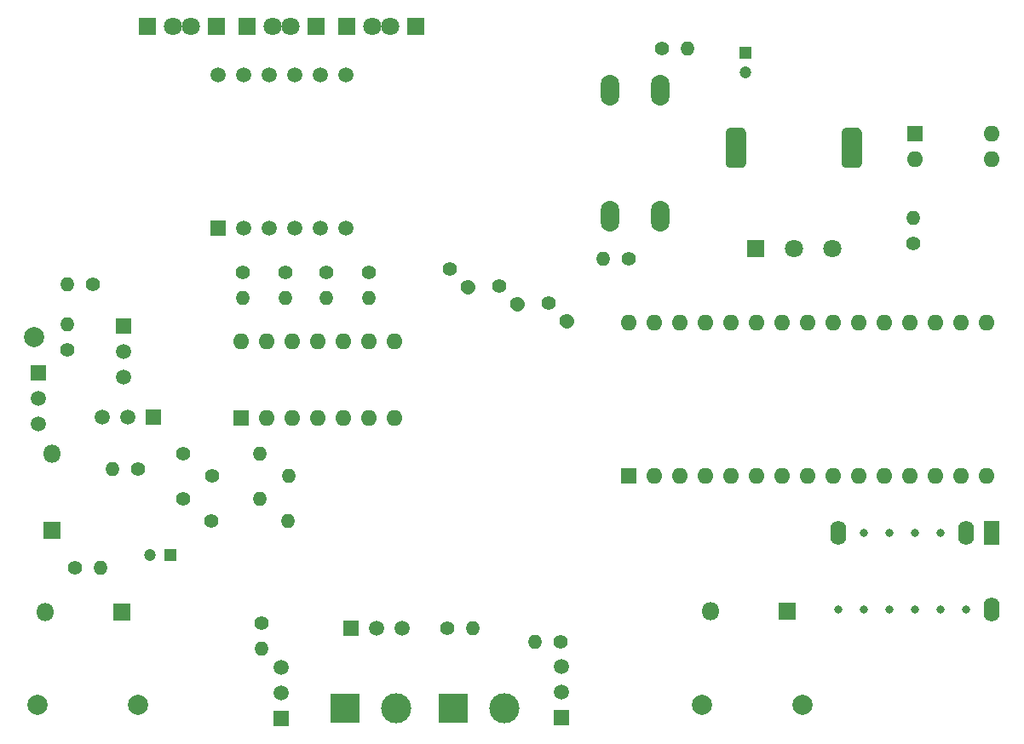
<source format=gbs>
G04 #@! TF.GenerationSoftware,KiCad,Pcbnew,(5.0.0)*
G04 #@! TF.CreationDate,2019-11-21T16:47:14+05:30*
G04 #@! TF.ProjectId,Smartarter,536D61727461727465722E6B69636164,rev?*
G04 #@! TF.SameCoordinates,Original*
G04 #@! TF.FileFunction,Soldermask,Bot*
G04 #@! TF.FilePolarity,Negative*
%FSLAX46Y46*%
G04 Gerber Fmt 4.6, Leading zero omitted, Abs format (unit mm)*
G04 Created by KiCad (PCBNEW (5.0.0)) date 11/21/19 16:47:14*
%MOMM*%
%LPD*%
G01*
G04 APERTURE LIST*
%ADD10R,1.600000X1.600000*%
%ADD11O,1.600000X1.600000*%
%ADD12C,0.100000*%
%ADD13C,2.000000*%
%ADD14R,1.800000X1.800000*%
%ADD15C,1.800000*%
%ADD16C,1.500000*%
%ADD17R,1.500000X1.500000*%
%ADD18O,1.850000X3.048000*%
%ADD19C,1.998980*%
%ADD20O,1.800000X1.800000*%
%ADD21O,1.400000X1.400000*%
%ADD22C,1.400000*%
%ADD23C,1.200000*%
%ADD24R,1.200000X1.200000*%
%ADD25C,3.000000*%
%ADD26R,3.000000X3.000000*%
%ADD27C,1.400000*%
%ADD28O,1.600000X2.400000*%
%ADD29C,0.800000*%
%ADD30R,1.600000X2.400000*%
G04 APERTURE END LIST*
D10*
G04 #@! TO.C,A1*
X123300000Y-112700000D03*
D11*
X156320000Y-97460000D03*
X125840000Y-112700000D03*
X153780000Y-97460000D03*
X128380000Y-112700000D03*
X151240000Y-97460000D03*
X130920000Y-112700000D03*
X148700000Y-97460000D03*
X133460000Y-112700000D03*
X146160000Y-97460000D03*
X136000000Y-112700000D03*
X143620000Y-97460000D03*
X138540000Y-112700000D03*
X141080000Y-97460000D03*
X141080000Y-112700000D03*
X138540000Y-97460000D03*
X143620000Y-112700000D03*
X136000000Y-97460000D03*
X146160000Y-112700000D03*
X133460000Y-97460000D03*
X148700000Y-112700000D03*
X130920000Y-97460000D03*
X151240000Y-112700000D03*
X128380000Y-97460000D03*
X153780000Y-112700000D03*
X125840000Y-97460000D03*
X156320000Y-112700000D03*
X123300000Y-97460000D03*
X158860000Y-112700000D03*
X158860000Y-97460000D03*
G04 #@! TD*
D12*
G04 #@! TO.C,POT1*
G36*
X134471319Y-78093671D02*
X134519855Y-78100870D01*
X134567452Y-78112793D01*
X134613652Y-78129323D01*
X134658008Y-78150302D01*
X134700095Y-78175528D01*
X134739507Y-78204758D01*
X134775863Y-78237710D01*
X134808815Y-78274066D01*
X134838045Y-78313478D01*
X134863271Y-78355565D01*
X134884250Y-78399921D01*
X134900780Y-78446121D01*
X134912703Y-78493718D01*
X134919902Y-78542254D01*
X134922310Y-78591263D01*
X134922310Y-81591263D01*
X134919902Y-81640272D01*
X134912703Y-81688808D01*
X134900780Y-81736405D01*
X134884250Y-81782605D01*
X134863271Y-81826961D01*
X134838045Y-81869048D01*
X134808815Y-81908460D01*
X134775863Y-81944816D01*
X134739507Y-81977768D01*
X134700095Y-82006998D01*
X134658008Y-82032224D01*
X134613652Y-82053203D01*
X134567452Y-82069733D01*
X134519855Y-82081656D01*
X134471319Y-82088855D01*
X134422310Y-82091263D01*
X133422310Y-82091263D01*
X133373301Y-82088855D01*
X133324765Y-82081656D01*
X133277168Y-82069733D01*
X133230968Y-82053203D01*
X133186612Y-82032224D01*
X133144525Y-82006998D01*
X133105113Y-81977768D01*
X133068757Y-81944816D01*
X133035805Y-81908460D01*
X133006575Y-81869048D01*
X132981349Y-81826961D01*
X132960370Y-81782605D01*
X132943840Y-81736405D01*
X132931917Y-81688808D01*
X132924718Y-81640272D01*
X132922310Y-81591263D01*
X132922310Y-78591263D01*
X132924718Y-78542254D01*
X132931917Y-78493718D01*
X132943840Y-78446121D01*
X132960370Y-78399921D01*
X132981349Y-78355565D01*
X133006575Y-78313478D01*
X133035805Y-78274066D01*
X133068757Y-78237710D01*
X133105113Y-78204758D01*
X133144525Y-78175528D01*
X133186612Y-78150302D01*
X133230968Y-78129323D01*
X133277168Y-78112793D01*
X133324765Y-78100870D01*
X133373301Y-78093671D01*
X133422310Y-78091263D01*
X134422310Y-78091263D01*
X134471319Y-78093671D01*
X134471319Y-78093671D01*
G37*
D13*
X133922310Y-80091263D03*
D14*
X135902310Y-90091263D03*
D15*
X139672310Y-90091263D03*
X143522310Y-90091263D03*
D12*
G36*
X145971319Y-78093671D02*
X146019855Y-78100870D01*
X146067452Y-78112793D01*
X146113652Y-78129323D01*
X146158008Y-78150302D01*
X146200095Y-78175528D01*
X146239507Y-78204758D01*
X146275863Y-78237710D01*
X146308815Y-78274066D01*
X146338045Y-78313478D01*
X146363271Y-78355565D01*
X146384250Y-78399921D01*
X146400780Y-78446121D01*
X146412703Y-78493718D01*
X146419902Y-78542254D01*
X146422310Y-78591263D01*
X146422310Y-81591263D01*
X146419902Y-81640272D01*
X146412703Y-81688808D01*
X146400780Y-81736405D01*
X146384250Y-81782605D01*
X146363271Y-81826961D01*
X146338045Y-81869048D01*
X146308815Y-81908460D01*
X146275863Y-81944816D01*
X146239507Y-81977768D01*
X146200095Y-82006998D01*
X146158008Y-82032224D01*
X146113652Y-82053203D01*
X146067452Y-82069733D01*
X146019855Y-82081656D01*
X145971319Y-82088855D01*
X145922310Y-82091263D01*
X144922310Y-82091263D01*
X144873301Y-82088855D01*
X144824765Y-82081656D01*
X144777168Y-82069733D01*
X144730968Y-82053203D01*
X144686612Y-82032224D01*
X144644525Y-82006998D01*
X144605113Y-81977768D01*
X144568757Y-81944816D01*
X144535805Y-81908460D01*
X144506575Y-81869048D01*
X144481349Y-81826961D01*
X144460370Y-81782605D01*
X144443840Y-81736405D01*
X144431917Y-81688808D01*
X144424718Y-81640272D01*
X144422310Y-81591263D01*
X144422310Y-78591263D01*
X144424718Y-78542254D01*
X144431917Y-78493718D01*
X144443840Y-78446121D01*
X144460370Y-78399921D01*
X144481349Y-78355565D01*
X144506575Y-78313478D01*
X144535805Y-78274066D01*
X144568757Y-78237710D01*
X144605113Y-78204758D01*
X144644525Y-78175528D01*
X144686612Y-78150302D01*
X144730968Y-78129323D01*
X144777168Y-78112793D01*
X144824765Y-78100870D01*
X144873301Y-78093671D01*
X144922310Y-78091263D01*
X145922310Y-78091263D01*
X145971319Y-78093671D01*
X145971319Y-78093671D01*
G37*
D13*
X145422310Y-80091263D03*
G04 #@! TD*
D16*
G04 #@! TO.C,Q5*
X73460000Y-106900000D03*
X70920000Y-106900000D03*
D17*
X76000000Y-106900000D03*
G04 #@! TD*
D18*
G04 #@! TO.C,SW1*
X126400000Y-86900000D03*
X121400000Y-86900000D03*
X126400000Y-74400000D03*
X121400000Y-74400000D03*
G04 #@! TD*
D16*
G04 #@! TO.C,U1*
X82472310Y-72851265D03*
X85012310Y-72851265D03*
X87552310Y-72851265D03*
X90092310Y-72851265D03*
X92632310Y-72851265D03*
X95172310Y-72851265D03*
X95172310Y-88091265D03*
X92632310Y-88091265D03*
X90092310Y-88091265D03*
X87552310Y-88091265D03*
X85012310Y-88091265D03*
D17*
X82472310Y-88091265D03*
G04 #@! TD*
D19*
G04 #@! TO.C,ANT1*
X64200000Y-98927692D03*
G04 #@! TD*
D20*
G04 #@! TO.C,D1*
X65900000Y-110480000D03*
D14*
X65900000Y-118100000D03*
G04 #@! TD*
D21*
G04 #@! TO.C,R14*
X70740000Y-121900000D03*
D22*
X68200000Y-121900000D03*
G04 #@! TD*
D23*
G04 #@! TO.C,C2*
X75700000Y-120600000D03*
D24*
X77700000Y-120600000D03*
G04 #@! TD*
D21*
G04 #@! TO.C,R15*
X67500000Y-97660000D03*
D22*
X67500000Y-100200000D03*
G04 #@! TD*
D21*
G04 #@! TO.C,R16*
X71960000Y-112000000D03*
D22*
X74500000Y-112000000D03*
G04 #@! TD*
D21*
G04 #@! TO.C,R17*
X67460000Y-93700000D03*
D22*
X70000000Y-93700000D03*
G04 #@! TD*
D15*
G04 #@! TO.C,y1*
X99560000Y-68000000D03*
D14*
X102100000Y-68000000D03*
G04 #@! TD*
D15*
G04 #@! TO.C,r1*
X87840000Y-68000000D03*
D14*
X85300000Y-68000000D03*
G04 #@! TD*
D15*
G04 #@! TO.C,g1*
X77940000Y-68000000D03*
D14*
X75400000Y-68000000D03*
G04 #@! TD*
D25*
G04 #@! TO.C,J1*
X110888737Y-135872309D03*
D26*
X105808737Y-135872309D03*
G04 #@! TD*
D13*
G04 #@! TO.C,onRelay1*
X140508736Y-135472310D03*
X130508736Y-135472310D03*
G04 #@! TD*
G04 #@! TO.C,offRelay1*
X74508736Y-135472308D03*
X64508736Y-135472308D03*
G04 #@! TD*
D25*
G04 #@! TO.C,J2*
X100188736Y-135872308D03*
D26*
X95108736Y-135872308D03*
G04 #@! TD*
D20*
G04 #@! TO.C,D4*
X131388736Y-126172308D03*
D14*
X139008736Y-126172308D03*
G04 #@! TD*
D20*
G04 #@! TO.C,D5*
X65288736Y-126272310D03*
D14*
X72908736Y-126272310D03*
G04 #@! TD*
D23*
G04 #@! TO.C,C1*
X134900000Y-72600000D03*
D24*
X134900000Y-70600000D03*
G04 #@! TD*
D22*
G04 #@! TO.C,R1*
X107296051Y-93896051D03*
D27*
X107296051Y-93896051D02*
X107296051Y-93896051D01*
D22*
X105500000Y-92100000D03*
G04 #@! TD*
G04 #@! TO.C,R2*
X112196051Y-95596051D03*
D27*
X112196051Y-95596051D02*
X112196051Y-95596051D01*
D22*
X110400000Y-93800000D03*
G04 #@! TD*
G04 #@! TO.C,R3*
X117096051Y-97296051D03*
D27*
X117096051Y-97296051D02*
X117096051Y-97296051D01*
D22*
X115300000Y-95500000D03*
G04 #@! TD*
D21*
G04 #@! TO.C,R8*
X97400000Y-95040000D03*
D22*
X97400000Y-92500000D03*
G04 #@! TD*
D21*
G04 #@! TO.C,R9*
X93200000Y-95040000D03*
D22*
X93200000Y-92500000D03*
G04 #@! TD*
D21*
G04 #@! TO.C,R10*
X89100000Y-95040000D03*
D22*
X89100000Y-92500000D03*
G04 #@! TD*
D21*
G04 #@! TO.C,R11*
X84900000Y-95040000D03*
D22*
X84900000Y-92500000D03*
G04 #@! TD*
D21*
G04 #@! TO.C,R12*
X151572309Y-87051264D03*
D22*
X151572309Y-89591264D03*
G04 #@! TD*
D21*
G04 #@! TO.C,R13*
X107748740Y-127872311D03*
D22*
X105208740Y-127872311D03*
G04 #@! TD*
D21*
G04 #@! TO.C,R18*
X86800000Y-129940000D03*
D22*
X86800000Y-127400000D03*
G04 #@! TD*
D21*
G04 #@! TO.C,R19*
X113960000Y-129200000D03*
D22*
X116500000Y-129200000D03*
G04 #@! TD*
D21*
G04 #@! TO.C,R20*
X129140000Y-70200000D03*
D22*
X126600000Y-70200000D03*
G04 #@! TD*
D21*
G04 #@! TO.C,R21*
X120760000Y-91100000D03*
D22*
X123300000Y-91100000D03*
G04 #@! TD*
D11*
G04 #@! TO.C,SW2*
X159292310Y-78691263D03*
X151672310Y-81231263D03*
X159292310Y-81231263D03*
D10*
X151672310Y-78691263D03*
G04 #@! TD*
D15*
G04 #@! TO.C,g2*
X79760000Y-68000000D03*
D14*
X82300000Y-68000000D03*
G04 #@! TD*
D15*
G04 #@! TO.C,r2*
X89660000Y-68000000D03*
D14*
X92200000Y-68000000D03*
G04 #@! TD*
D15*
G04 #@! TO.C,y2*
X97740000Y-68000000D03*
D14*
X95200000Y-68000000D03*
G04 #@! TD*
D21*
G04 #@! TO.C,R4*
X86620000Y-110500000D03*
D22*
X79000000Y-110500000D03*
G04 #@! TD*
D21*
G04 #@! TO.C,R5*
X89520000Y-112700000D03*
D22*
X81900000Y-112700000D03*
G04 #@! TD*
D21*
G04 #@! TO.C,R6*
X86620000Y-115000000D03*
D22*
X79000000Y-115000000D03*
G04 #@! TD*
D21*
G04 #@! TO.C,R7*
X89420000Y-117200000D03*
D22*
X81800000Y-117200000D03*
G04 #@! TD*
D28*
G04 #@! TO.C,U7414*
X159300000Y-126020000D03*
X144060000Y-118400000D03*
D29*
X156760000Y-126020000D03*
X146600000Y-118400000D03*
X154220000Y-126020000D03*
X149140000Y-118400000D03*
X151680000Y-126020000D03*
X151680000Y-118400000D03*
X149140000Y-126020000D03*
X154220000Y-118400000D03*
X146600000Y-126020000D03*
D28*
X156760000Y-118400000D03*
D29*
X144060000Y-126020000D03*
D30*
X159300000Y-118400000D03*
G04 #@! TD*
D10*
G04 #@! TO.C,U74164*
X84700000Y-107000000D03*
D11*
X99940000Y-99380000D03*
X87240000Y-107000000D03*
X97400000Y-99380000D03*
X89780000Y-107000000D03*
X94860000Y-99380000D03*
X92320000Y-107000000D03*
X92320000Y-99380000D03*
X94860000Y-107000000D03*
X89780000Y-99380000D03*
X97400000Y-107000000D03*
X87240000Y-99380000D03*
X99940000Y-107000000D03*
X84700000Y-99380000D03*
G04 #@! TD*
D16*
G04 #@! TO.C,Q1*
X116608735Y-134232309D03*
X116608735Y-131692309D03*
D17*
X116608735Y-136772309D03*
G04 #@! TD*
G04 #@! TO.C,Q2*
X88708738Y-136872310D03*
D16*
X88708738Y-131792310D03*
X88708738Y-134332310D03*
G04 #@! TD*
G04 #@! TO.C,Q3*
X98240000Y-127872310D03*
X100780000Y-127872310D03*
D17*
X95700000Y-127872310D03*
G04 #@! TD*
G04 #@! TO.C,Q4*
X64600000Y-102500000D03*
D16*
X64600000Y-107580000D03*
X64600000Y-105040000D03*
G04 #@! TD*
D17*
G04 #@! TO.C,Q6*
X73091266Y-97827690D03*
D16*
X73091266Y-102907690D03*
X73091266Y-100367690D03*
G04 #@! TD*
M02*

</source>
